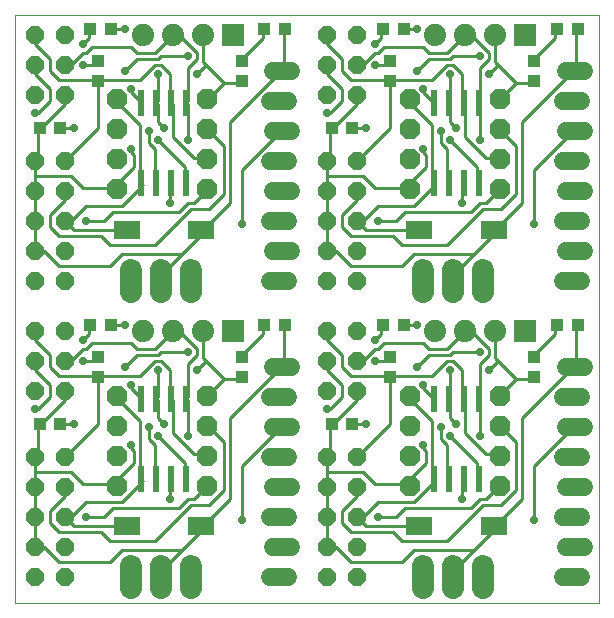
<source format=gtl>
G75*
G70*
%OFA0B0*%
%FSLAX24Y24*%
%IPPOS*%
%LPD*%
%AMOC8*
5,1,8,0,0,1.08239X$1,22.5*
%
%ADD10C,0.0000*%
%ADD11OC8,0.0680*%
%ADD12R,0.0400X0.0400*%
%ADD13R,0.0906X0.0630*%
%ADD14OC8,0.0600*%
%ADD15R,0.0394X0.0433*%
%ADD16R,0.0240X0.0870*%
%ADD17C,0.0740*%
%ADD18R,0.0433X0.0394*%
%ADD19R,0.0740X0.0740*%
%ADD20C,0.0740*%
%ADD21C,0.0600*%
%ADD22C,0.0100*%
%ADD23C,0.0280*%
D10*
X000100Y000100D02*
X000100Y019721D01*
X019595Y019721D01*
X019595Y000100D01*
X000100Y000100D01*
D11*
X003523Y004020D03*
X003523Y005020D03*
X003523Y006020D03*
X003523Y007020D03*
X006523Y007020D03*
X006523Y006020D03*
X006523Y005020D03*
X006523Y004020D03*
X013273Y004020D03*
X013273Y005020D03*
X013273Y006020D03*
X013273Y007020D03*
X016273Y007020D03*
X016273Y006020D03*
X016273Y005020D03*
X016273Y004020D03*
X016273Y013895D03*
X016273Y014895D03*
X016273Y015895D03*
X016273Y016895D03*
X013273Y016895D03*
X013273Y015895D03*
X013273Y014895D03*
X013273Y013895D03*
X006523Y013895D03*
X006523Y014895D03*
X006523Y015895D03*
X006523Y016895D03*
X003523Y016895D03*
X003523Y015895D03*
X003523Y014895D03*
X003523Y013895D03*
D12*
X003325Y009375D03*
X002625Y009375D03*
X008425Y009375D03*
X009125Y009375D03*
X012375Y009375D03*
X013075Y009375D03*
X018175Y009375D03*
X018875Y009375D03*
X018875Y019250D03*
X018175Y019250D03*
X013075Y019250D03*
X012375Y019250D03*
X009125Y019250D03*
X008425Y019250D03*
X003325Y019250D03*
X002625Y019250D03*
D13*
X003835Y012550D03*
X006315Y012550D03*
X013585Y012550D03*
X016065Y012550D03*
X016065Y002675D03*
X013585Y002675D03*
X006315Y002675D03*
X003835Y002675D03*
D14*
X001775Y002975D03*
X001775Y003975D03*
X001775Y004975D03*
X000775Y004975D03*
X000775Y003975D03*
X000775Y002975D03*
X000775Y001975D03*
X000775Y000975D03*
X001775Y000975D03*
X001775Y001975D03*
X001775Y007175D03*
X001775Y008175D03*
X001775Y009175D03*
X000775Y009175D03*
X000775Y008175D03*
X000775Y007175D03*
X000775Y010850D03*
X000775Y011850D03*
X000775Y012850D03*
X000775Y013850D03*
X000775Y014850D03*
X001775Y014850D03*
X001775Y013850D03*
X001775Y012850D03*
X001775Y011850D03*
X001775Y010850D03*
X001775Y017050D03*
X001775Y018050D03*
X001775Y019050D03*
X000775Y019050D03*
X000775Y018050D03*
X000775Y017050D03*
X010525Y017050D03*
X010525Y018050D03*
X010525Y019050D03*
X011525Y019050D03*
X011525Y018050D03*
X011525Y017050D03*
X011525Y014850D03*
X011525Y013850D03*
X011525Y012850D03*
X011525Y011850D03*
X011525Y010850D03*
X010525Y010850D03*
X010525Y011850D03*
X010525Y012850D03*
X010525Y013850D03*
X010525Y014850D03*
X010525Y009175D03*
X010525Y008175D03*
X010525Y007175D03*
X011525Y007175D03*
X011525Y008175D03*
X011525Y009175D03*
X011525Y004975D03*
X011525Y003975D03*
X011525Y002975D03*
X010525Y002975D03*
X010525Y003975D03*
X010525Y004975D03*
X010525Y001975D03*
X010525Y000975D03*
X011525Y000975D03*
X011525Y001975D03*
D15*
X012625Y007640D03*
X012625Y008310D03*
X017425Y008310D03*
X017425Y007640D03*
X007675Y007640D03*
X007675Y008310D03*
X002875Y008310D03*
X002875Y007640D03*
X002875Y017515D03*
X002875Y018185D03*
X007675Y018185D03*
X007675Y017515D03*
X012625Y017515D03*
X012625Y018185D03*
X017425Y018185D03*
X017425Y017515D03*
D16*
X015575Y016770D03*
X015075Y016770D03*
X014575Y016770D03*
X014075Y016770D03*
X014075Y014120D03*
X014575Y014120D03*
X015075Y014120D03*
X015575Y014120D03*
X015575Y006895D03*
X015075Y006895D03*
X014575Y006895D03*
X014075Y006895D03*
X014075Y004245D03*
X014575Y004245D03*
X015075Y004245D03*
X015575Y004245D03*
X005825Y004245D03*
X005325Y004245D03*
X004825Y004245D03*
X004325Y004245D03*
X004325Y006895D03*
X004825Y006895D03*
X005325Y006895D03*
X005825Y006895D03*
X005825Y014120D03*
X005325Y014120D03*
X004825Y014120D03*
X004325Y014120D03*
X004325Y016770D03*
X004825Y016770D03*
X005325Y016770D03*
X005825Y016770D03*
D17*
X005975Y011220D02*
X005975Y010480D01*
X004975Y010480D02*
X004975Y011220D01*
X003975Y011220D02*
X003975Y010480D01*
X003975Y001345D02*
X003975Y000605D01*
X004975Y000605D02*
X004975Y001345D01*
X005975Y001345D02*
X005975Y000605D01*
X013725Y000605D02*
X013725Y001345D01*
X014725Y001345D02*
X014725Y000605D01*
X015725Y000605D02*
X015725Y001345D01*
X015725Y010480D02*
X015725Y011220D01*
X014725Y011220D02*
X014725Y010480D01*
X013725Y010480D02*
X013725Y011220D01*
D18*
X011360Y015950D03*
X010690Y015950D03*
X001610Y015950D03*
X000940Y015950D03*
X000940Y006075D03*
X001610Y006075D03*
X010690Y006075D03*
X011360Y006075D03*
D19*
X007375Y009175D03*
X017125Y009175D03*
X017125Y019050D03*
X007375Y019050D03*
D20*
X006375Y019050D03*
X005375Y019050D03*
X004375Y019050D03*
X014125Y019050D03*
X015125Y019050D03*
X016125Y019050D03*
X016125Y009175D03*
X015125Y009175D03*
X014125Y009175D03*
X006375Y009175D03*
X005375Y009175D03*
X004375Y009175D03*
D21*
X008625Y010850D02*
X009225Y010850D01*
X009325Y011850D02*
X008725Y011850D01*
X008625Y012850D02*
X009225Y012850D01*
X009325Y013850D02*
X008725Y013850D01*
X008625Y014850D02*
X009225Y014850D01*
X009325Y015850D02*
X008725Y015850D01*
X008625Y016850D02*
X009225Y016850D01*
X009325Y017850D02*
X008725Y017850D01*
X018375Y016850D02*
X018975Y016850D01*
X019075Y017850D02*
X018475Y017850D01*
X018475Y015850D02*
X019075Y015850D01*
X018975Y014850D02*
X018375Y014850D01*
X018475Y013850D02*
X019075Y013850D01*
X018975Y012850D02*
X018375Y012850D01*
X018475Y011850D02*
X019075Y011850D01*
X018975Y010850D02*
X018375Y010850D01*
X018475Y007975D02*
X019075Y007975D01*
X018975Y006975D02*
X018375Y006975D01*
X018475Y005975D02*
X019075Y005975D01*
X018975Y004975D02*
X018375Y004975D01*
X018475Y003975D02*
X019075Y003975D01*
X018975Y002975D02*
X018375Y002975D01*
X018475Y001975D02*
X019075Y001975D01*
X018975Y000975D02*
X018375Y000975D01*
X009325Y001975D02*
X008725Y001975D01*
X008625Y000975D02*
X009225Y000975D01*
X009225Y002975D02*
X008625Y002975D01*
X008725Y003975D02*
X009325Y003975D01*
X009225Y004975D02*
X008625Y004975D01*
X008725Y005975D02*
X009325Y005975D01*
X009225Y006975D02*
X008625Y006975D01*
X008725Y007975D02*
X009325Y007975D01*
D22*
X009075Y007975D02*
X009025Y007975D01*
X008975Y007975D01*
X007275Y006275D01*
X007275Y003575D01*
X006375Y002675D01*
X006315Y002675D01*
X006275Y002675D01*
X006275Y002475D01*
X005675Y001875D01*
X003675Y001875D01*
X003275Y001475D01*
X001575Y001475D01*
X001075Y001975D01*
X000775Y001975D01*
X000775Y002975D01*
X000775Y003975D01*
X000775Y004475D01*
X001975Y004475D01*
X002375Y004075D01*
X003475Y004075D01*
X003523Y004020D01*
X003575Y004075D01*
X003575Y004275D01*
X004075Y004775D01*
X004075Y005175D01*
X003975Y005275D01*
X003975Y005375D01*
X004575Y005575D02*
X004575Y005975D01*
X004875Y006275D02*
X005075Y006075D01*
X004875Y006275D02*
X004875Y006875D01*
X004825Y006895D01*
X004875Y006975D01*
X004875Y007875D01*
X004975Y008175D02*
X004775Y008175D01*
X004275Y007675D01*
X002875Y007675D01*
X002875Y007640D01*
X002875Y006075D01*
X001775Y004975D01*
X000875Y005075D02*
X000875Y006075D01*
X000940Y006075D01*
X000975Y006075D01*
X001775Y006875D01*
X001775Y007175D01*
X001575Y007675D02*
X002875Y007675D01*
X002775Y008175D02*
X002375Y008175D01*
X002375Y008575D02*
X002475Y008575D01*
X002675Y008775D01*
X003975Y008775D01*
X004175Y008575D01*
X004775Y008575D01*
X005375Y009175D01*
X005575Y009175D01*
X006175Y008575D01*
X006175Y008375D01*
X005875Y008075D01*
X005875Y006975D01*
X005825Y006895D01*
X005875Y006875D01*
X005875Y005675D01*
X005375Y005775D02*
X006075Y005075D01*
X006475Y005075D01*
X006523Y005020D01*
X007075Y005475D02*
X006575Y005975D01*
X006523Y006020D01*
X007075Y005475D02*
X007075Y003875D01*
X006575Y003375D01*
X005975Y003375D01*
X004775Y002175D01*
X003275Y002175D01*
X002975Y002475D01*
X001575Y002475D01*
X001275Y002775D01*
X001275Y003175D01*
X001775Y003675D01*
X001775Y003975D01*
X002475Y003475D02*
X003675Y003475D01*
X004375Y004175D01*
X004325Y004245D01*
X004275Y004275D01*
X004275Y006175D01*
X003475Y006975D01*
X003523Y007020D01*
X003975Y007275D02*
X003975Y007375D01*
X003975Y007275D02*
X004275Y006975D01*
X004325Y006895D01*
X005275Y006975D02*
X005275Y007875D01*
X004975Y008175D01*
X004875Y008375D02*
X004175Y008375D01*
X003775Y007975D01*
X002875Y008275D02*
X002875Y008310D01*
X002875Y008275D02*
X002775Y008175D01*
X002375Y008575D02*
X001975Y008175D01*
X001775Y008175D01*
X001575Y007675D02*
X001275Y007975D01*
X001275Y008375D01*
X000775Y008875D01*
X000775Y009175D01*
X000775Y008175D02*
X000775Y007875D01*
X001275Y007375D01*
X001275Y006975D01*
X000875Y006575D01*
X000775Y006575D01*
X001610Y006075D02*
X002075Y006075D01*
X000875Y005075D02*
X000775Y004975D01*
X000775Y004475D01*
X001775Y002975D02*
X001875Y002875D01*
X002475Y003475D01*
X002475Y002975D02*
X003075Y002975D01*
X003375Y003275D01*
X005575Y003275D01*
X005875Y003575D01*
X006075Y003575D01*
X006475Y003975D01*
X006523Y004020D01*
X005825Y004245D02*
X005775Y004275D01*
X005775Y004775D01*
X004875Y005675D01*
X004575Y005575D02*
X004775Y005375D01*
X004775Y004275D01*
X004825Y004245D01*
X005275Y004175D02*
X005325Y004245D01*
X005275Y004175D02*
X005275Y003575D01*
X003835Y002675D02*
X002075Y002675D01*
X001875Y002875D01*
X004975Y001175D02*
X004975Y000975D01*
X004975Y001175D02*
X005675Y001875D01*
X007675Y002875D02*
X007675Y004675D01*
X008975Y005975D01*
X009025Y005975D01*
X010625Y006075D02*
X010625Y005075D01*
X010525Y004975D01*
X010525Y004475D01*
X011725Y004475D01*
X012125Y004075D01*
X013225Y004075D01*
X013273Y004020D01*
X013325Y004075D01*
X013325Y004275D01*
X013825Y004775D01*
X013825Y005175D01*
X013725Y005275D01*
X013725Y005375D01*
X014325Y005575D02*
X014325Y005975D01*
X014025Y006175D02*
X013225Y006975D01*
X013273Y007020D01*
X013725Y007275D02*
X013725Y007375D01*
X013725Y007275D02*
X014025Y006975D01*
X014075Y006895D01*
X014575Y006895D02*
X014625Y006875D01*
X014625Y006275D01*
X014825Y006075D01*
X015125Y005775D02*
X015825Y005075D01*
X016225Y005075D01*
X016273Y005020D01*
X016825Y005475D02*
X016325Y005975D01*
X016273Y006020D01*
X015625Y005675D02*
X015625Y006875D01*
X015575Y006895D01*
X015625Y006975D01*
X015625Y008075D01*
X015925Y008375D01*
X015925Y008575D01*
X015325Y009175D01*
X015125Y009175D01*
X014525Y008575D01*
X013925Y008575D01*
X013725Y008775D01*
X012425Y008775D01*
X012225Y008575D01*
X012125Y008575D01*
X011725Y008175D01*
X011525Y008175D01*
X011325Y007675D02*
X012625Y007675D01*
X012625Y007640D01*
X012625Y006075D01*
X011525Y004975D01*
X011525Y003975D02*
X011525Y003675D01*
X011025Y003175D01*
X011025Y002775D01*
X011325Y002475D01*
X012725Y002475D01*
X013025Y002175D01*
X014525Y002175D01*
X015725Y003375D01*
X016325Y003375D01*
X016825Y003875D01*
X016825Y005475D01*
X017025Y006275D02*
X017025Y003575D01*
X016125Y002675D01*
X016065Y002675D01*
X016025Y002675D01*
X016025Y002475D01*
X015425Y001875D01*
X013425Y001875D01*
X013025Y001475D01*
X011325Y001475D01*
X010825Y001975D01*
X010525Y001975D01*
X010525Y002975D01*
X010525Y003975D01*
X010525Y004475D01*
X011525Y002975D02*
X011625Y002875D01*
X012225Y003475D01*
X013425Y003475D01*
X014125Y004175D01*
X014075Y004245D01*
X014025Y004275D01*
X014025Y006175D01*
X014325Y005575D02*
X014525Y005375D01*
X014525Y004275D01*
X014575Y004245D01*
X015025Y004175D02*
X015075Y004245D01*
X015025Y004175D02*
X015025Y003575D01*
X015325Y003275D02*
X015625Y003575D01*
X015825Y003575D01*
X016225Y003975D01*
X016273Y004020D01*
X015575Y004245D02*
X015525Y004275D01*
X015525Y004775D01*
X014625Y005675D01*
X015125Y005775D02*
X015125Y006875D01*
X015075Y006895D01*
X015025Y006975D01*
X015025Y007875D01*
X014725Y008175D01*
X014525Y008175D01*
X014025Y007675D01*
X012625Y007675D01*
X012525Y008175D02*
X012125Y008175D01*
X012525Y008175D02*
X012625Y008275D01*
X012625Y008310D01*
X012125Y008875D02*
X012325Y009075D01*
X012325Y009375D01*
X012375Y009375D01*
X012425Y009375D01*
X013075Y009375D02*
X013525Y009375D01*
X013925Y008375D02*
X013525Y007975D01*
X013925Y008375D02*
X014625Y008375D01*
X014725Y008475D01*
X015625Y008475D01*
X016125Y008275D02*
X016225Y008175D01*
X015925Y007875D01*
X016225Y008175D02*
X016825Y007575D01*
X016325Y007075D01*
X016273Y007020D01*
X016825Y007575D02*
X017425Y007575D01*
X017425Y007640D01*
X017425Y008310D02*
X017425Y008375D01*
X018125Y009075D01*
X018125Y009375D01*
X018175Y009375D01*
X018825Y009375D02*
X018875Y009375D01*
X018825Y009375D02*
X018825Y007975D01*
X018775Y007975D01*
X018725Y007975D01*
X017025Y006275D01*
X017425Y004675D02*
X017425Y002875D01*
X017425Y004675D02*
X018725Y005975D01*
X018775Y005975D01*
X016125Y008275D02*
X016125Y009175D01*
X014625Y007875D02*
X014625Y006975D01*
X014575Y006895D01*
X011825Y006075D02*
X011360Y006075D01*
X010725Y006075D02*
X010690Y006075D01*
X010625Y006075D01*
X010725Y006075D02*
X011525Y006875D01*
X011525Y007175D01*
X011325Y007675D02*
X011025Y007975D01*
X011025Y008375D01*
X010525Y008875D01*
X010525Y009175D01*
X010525Y008175D02*
X010525Y007875D01*
X011025Y007375D01*
X011025Y006975D01*
X010625Y006575D01*
X010525Y006575D01*
X009075Y007975D02*
X009075Y009375D01*
X009125Y009375D01*
X008425Y009375D02*
X008375Y009375D01*
X008375Y009075D01*
X007675Y008375D01*
X007675Y008310D01*
X007675Y007640D02*
X007675Y007575D01*
X007075Y007575D01*
X006475Y008175D01*
X006175Y007875D01*
X006475Y008175D02*
X006375Y008275D01*
X006375Y009175D01*
X005875Y008475D02*
X004975Y008475D01*
X004875Y008375D01*
X003775Y009375D02*
X003325Y009375D01*
X002675Y009375D02*
X002625Y009375D01*
X002575Y009375D01*
X002575Y009075D01*
X002375Y008875D01*
X001575Y011350D02*
X003275Y011350D01*
X003675Y011750D01*
X005675Y011750D01*
X006275Y012350D01*
X006275Y012550D01*
X006315Y012550D01*
X006375Y012550D01*
X007275Y013450D01*
X007275Y016150D01*
X008975Y017850D01*
X009025Y017850D01*
X009075Y017850D01*
X009075Y019250D01*
X009125Y019250D01*
X008425Y019250D02*
X008375Y019250D01*
X008375Y018950D01*
X007675Y018250D01*
X007675Y018185D01*
X007675Y017515D02*
X007675Y017450D01*
X007075Y017450D01*
X006475Y018050D01*
X006175Y017750D01*
X005875Y017950D02*
X006175Y018250D01*
X006175Y018450D01*
X005575Y019050D01*
X005375Y019050D01*
X004775Y018450D01*
X004175Y018450D01*
X003975Y018650D01*
X002675Y018650D01*
X002475Y018450D01*
X002375Y018450D01*
X001975Y018050D01*
X001775Y018050D01*
X001575Y017550D02*
X002875Y017550D01*
X002875Y017515D01*
X002875Y015950D01*
X001775Y014850D01*
X001975Y014350D02*
X000775Y014350D01*
X000775Y013850D01*
X000775Y012850D01*
X000775Y011850D01*
X001075Y011850D01*
X001575Y011350D01*
X001575Y012350D02*
X002975Y012350D01*
X003275Y012050D01*
X004775Y012050D01*
X005975Y013250D01*
X006575Y013250D01*
X007075Y013750D01*
X007075Y015350D01*
X006575Y015850D01*
X006523Y015895D01*
X005875Y015550D02*
X005875Y016750D01*
X005825Y016770D01*
X005875Y016850D01*
X005875Y017950D01*
X005875Y018350D02*
X004975Y018350D01*
X004875Y018250D01*
X004175Y018250D01*
X003775Y017850D01*
X004275Y017550D02*
X004775Y018050D01*
X004975Y018050D01*
X005275Y017750D01*
X005275Y016850D01*
X005325Y016770D01*
X005375Y016750D01*
X005375Y015650D01*
X006075Y014950D01*
X006475Y014950D01*
X006523Y014895D01*
X005775Y014650D02*
X005775Y014150D01*
X005825Y014120D01*
X005325Y014120D02*
X005275Y014050D01*
X005275Y013450D01*
X005575Y013150D02*
X005875Y013450D01*
X006075Y013450D01*
X006475Y013850D01*
X006523Y013895D01*
X005775Y014650D02*
X004875Y015550D01*
X004575Y015450D02*
X004575Y015850D01*
X004275Y016050D02*
X003475Y016850D01*
X003523Y016895D01*
X003975Y017150D02*
X003975Y017250D01*
X003975Y017150D02*
X004275Y016850D01*
X004325Y016770D01*
X004825Y016770D02*
X004875Y016750D01*
X004875Y016150D01*
X005075Y015950D01*
X004575Y015450D02*
X004775Y015250D01*
X004775Y014150D01*
X004825Y014120D01*
X004375Y014050D02*
X004325Y014120D01*
X004275Y014150D01*
X004275Y016050D01*
X003975Y015250D02*
X003975Y015150D01*
X004075Y015050D01*
X004075Y014650D01*
X003575Y014150D01*
X003575Y013950D01*
X003523Y013895D01*
X003475Y013950D01*
X002375Y013950D01*
X001975Y014350D01*
X001775Y013850D02*
X001775Y013550D01*
X001275Y013050D01*
X001275Y012650D01*
X001575Y012350D01*
X001875Y012750D02*
X001775Y012850D01*
X001875Y012750D02*
X002475Y013350D01*
X003675Y013350D01*
X004375Y014050D01*
X003375Y013150D02*
X005575Y013150D01*
X005675Y011750D02*
X004975Y011050D01*
X004975Y010850D01*
X003835Y012550D02*
X002075Y012550D01*
X001875Y012750D01*
X002475Y012850D02*
X003075Y012850D01*
X003375Y013150D01*
X000875Y014950D02*
X000775Y014850D01*
X000775Y014350D01*
X000875Y014950D02*
X000875Y015950D01*
X000940Y015950D01*
X000975Y015950D01*
X001775Y016750D01*
X001775Y017050D01*
X001575Y017550D02*
X001275Y017850D01*
X001275Y018250D01*
X000775Y018750D01*
X000775Y019050D01*
X000775Y018050D02*
X000775Y017750D01*
X001275Y017250D01*
X001275Y016850D01*
X000875Y016450D01*
X000775Y016450D01*
X001610Y015950D02*
X002075Y015950D01*
X002875Y017550D02*
X004275Y017550D01*
X004875Y017750D02*
X004875Y016850D01*
X004825Y016770D01*
X006375Y018150D02*
X006475Y018050D01*
X006375Y018150D02*
X006375Y019050D01*
X007075Y017450D02*
X006575Y016950D01*
X006523Y016895D01*
X007675Y014550D02*
X007675Y012750D01*
X007675Y014550D02*
X008975Y015850D01*
X009025Y015850D01*
X010625Y015950D02*
X010625Y014950D01*
X010525Y014850D01*
X010525Y014350D01*
X011725Y014350D01*
X012125Y013950D01*
X013225Y013950D01*
X013273Y013895D01*
X013325Y013950D01*
X013325Y014150D01*
X013825Y014650D01*
X013825Y015050D01*
X013725Y015150D01*
X013725Y015250D01*
X014325Y015450D02*
X014325Y015850D01*
X014025Y016050D02*
X013225Y016850D01*
X013273Y016895D01*
X013725Y017150D02*
X013725Y017250D01*
X013725Y017150D02*
X014025Y016850D01*
X014075Y016770D01*
X014575Y016770D02*
X014625Y016750D01*
X014625Y016150D01*
X014825Y015950D01*
X015125Y015650D02*
X015825Y014950D01*
X016225Y014950D01*
X016273Y014895D01*
X016825Y015350D02*
X016325Y015850D01*
X016273Y015895D01*
X015625Y015550D02*
X015625Y016750D01*
X015575Y016770D01*
X015625Y016850D01*
X015625Y017950D01*
X015925Y018250D01*
X015925Y018450D01*
X015325Y019050D01*
X015125Y019050D01*
X014525Y018450D01*
X013925Y018450D01*
X013725Y018650D01*
X012425Y018650D01*
X012225Y018450D01*
X012125Y018450D01*
X011725Y018050D01*
X011525Y018050D01*
X011325Y017550D02*
X012625Y017550D01*
X012625Y017515D01*
X012625Y015950D01*
X011525Y014850D01*
X011525Y013850D02*
X011525Y013550D01*
X011025Y013050D01*
X011025Y012650D01*
X011325Y012350D01*
X012725Y012350D01*
X013025Y012050D01*
X014525Y012050D01*
X015725Y013250D01*
X016325Y013250D01*
X016825Y013750D01*
X016825Y015350D01*
X017025Y016150D02*
X017025Y013450D01*
X016125Y012550D01*
X016065Y012550D01*
X016025Y012550D01*
X016025Y012350D01*
X015425Y011750D01*
X013425Y011750D01*
X013025Y011350D01*
X011325Y011350D01*
X010825Y011850D01*
X010525Y011850D01*
X010525Y012850D01*
X010525Y013850D01*
X010525Y014350D01*
X010625Y015950D02*
X010690Y015950D01*
X010725Y015950D01*
X011525Y016750D01*
X011525Y017050D01*
X011325Y017550D02*
X011025Y017850D01*
X011025Y018250D01*
X010525Y018750D01*
X010525Y019050D01*
X010525Y018050D02*
X010525Y017750D01*
X011025Y017250D01*
X011025Y016850D01*
X010625Y016450D01*
X010525Y016450D01*
X011360Y015950D02*
X011825Y015950D01*
X012625Y017550D02*
X014025Y017550D01*
X014525Y018050D01*
X014725Y018050D01*
X015025Y017750D01*
X015025Y016850D01*
X015075Y016770D01*
X015125Y016750D01*
X015125Y015650D01*
X014625Y015550D02*
X015525Y014650D01*
X015525Y014150D01*
X015575Y014120D01*
X015075Y014120D02*
X015025Y014050D01*
X015025Y013450D01*
X015325Y013150D02*
X015625Y013450D01*
X015825Y013450D01*
X016225Y013850D01*
X016273Y013895D01*
X015325Y013150D02*
X013125Y013150D01*
X012825Y012850D01*
X012225Y012850D01*
X011825Y012550D02*
X011625Y012750D01*
X011525Y012850D01*
X011625Y012750D02*
X012225Y013350D01*
X013425Y013350D01*
X014125Y014050D01*
X014075Y014120D01*
X014025Y014150D01*
X014025Y016050D01*
X014325Y015450D02*
X014525Y015250D01*
X014525Y014150D01*
X014575Y014120D01*
X013585Y012550D02*
X011825Y012550D01*
X014725Y011050D02*
X014725Y010850D01*
X014725Y011050D02*
X015425Y011750D01*
X017425Y012750D02*
X017425Y014550D01*
X018725Y015850D01*
X018775Y015850D01*
X017025Y016150D02*
X018725Y017850D01*
X018775Y017850D01*
X018825Y017850D01*
X018825Y019250D01*
X018875Y019250D01*
X018175Y019250D02*
X018125Y019250D01*
X018125Y018950D01*
X017425Y018250D01*
X017425Y018185D01*
X017425Y017515D02*
X017425Y017450D01*
X016825Y017450D01*
X016225Y018050D01*
X015925Y017750D01*
X016225Y018050D02*
X016125Y018150D01*
X016125Y019050D01*
X015625Y018350D02*
X014725Y018350D01*
X014625Y018250D01*
X013925Y018250D01*
X013525Y017850D01*
X012625Y018150D02*
X012625Y018185D01*
X012625Y018150D02*
X012525Y018050D01*
X012125Y018050D01*
X012125Y018750D02*
X012325Y018950D01*
X012325Y019250D01*
X012375Y019250D01*
X012425Y019250D01*
X013075Y019250D02*
X013525Y019250D01*
X014625Y017750D02*
X014625Y016850D01*
X014575Y016770D01*
X016273Y016895D02*
X016325Y016950D01*
X016825Y017450D01*
X007075Y007575D02*
X006575Y007075D01*
X006523Y007020D01*
X005375Y006875D02*
X005375Y005775D01*
X005375Y006875D02*
X005325Y006895D01*
X005275Y006975D01*
X011625Y002875D02*
X011825Y002675D01*
X013585Y002675D01*
X013125Y003275D02*
X015325Y003275D01*
X015425Y001875D02*
X014725Y001175D01*
X014725Y000975D01*
X012825Y002975D02*
X013125Y003275D01*
X012825Y002975D02*
X012225Y002975D01*
X002775Y018050D02*
X002375Y018050D01*
X002775Y018050D02*
X002875Y018150D01*
X002875Y018185D01*
X002375Y018750D02*
X002575Y018950D01*
X002575Y019250D01*
X002625Y019250D01*
X002675Y019250D01*
X003325Y019250D02*
X003775Y019250D01*
D23*
X003775Y019250D03*
X003775Y017850D03*
X003975Y017250D03*
X004875Y017750D03*
X005875Y018350D03*
X006175Y017750D03*
X005075Y015950D03*
X004875Y015550D03*
X004575Y015850D03*
X003975Y015250D03*
X005875Y015550D03*
X005275Y013450D03*
X007675Y012750D03*
X010525Y016450D03*
X011825Y015950D03*
X013725Y015250D03*
X014325Y015850D03*
X014625Y015550D03*
X014825Y015950D03*
X015625Y015550D03*
X013725Y017250D03*
X013525Y017850D03*
X014625Y017750D03*
X015625Y018350D03*
X015925Y017750D03*
X013525Y019250D03*
X012125Y018750D03*
X012125Y018050D03*
X015025Y013450D03*
X017425Y012750D03*
X013525Y009375D03*
X013525Y007975D03*
X013725Y007375D03*
X014625Y007875D03*
X015625Y008475D03*
X015925Y007875D03*
X014825Y006075D03*
X014625Y005675D03*
X014325Y005975D03*
X013725Y005375D03*
X011825Y006075D03*
X010525Y006575D03*
X012125Y008175D03*
X012125Y008875D03*
X015625Y005675D03*
X015025Y003575D03*
X017425Y002875D03*
X012225Y002975D03*
X007675Y002875D03*
X005275Y003575D03*
X003975Y005375D03*
X004575Y005975D03*
X004875Y005675D03*
X005075Y006075D03*
X005875Y005675D03*
X003975Y007375D03*
X003775Y007975D03*
X004875Y007875D03*
X005875Y008475D03*
X006175Y007875D03*
X003775Y009375D03*
X002375Y008875D03*
X002375Y008175D03*
X000775Y006575D03*
X002075Y006075D03*
X002475Y002975D03*
X002475Y012850D03*
X002075Y015950D03*
X000775Y016450D03*
X002375Y018050D03*
X002375Y018750D03*
X012225Y012850D03*
M02*

</source>
